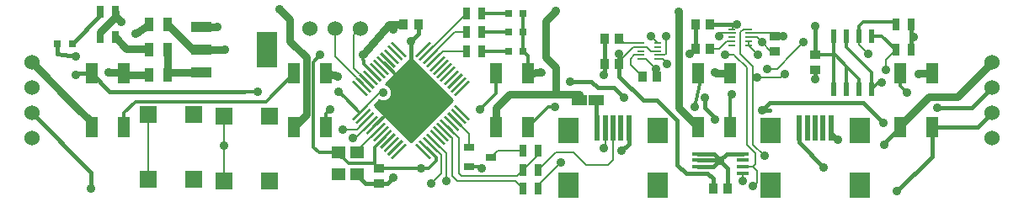
<source format=gtl>
G04 (created by PCBNEW (22-Jun-2014 BZR 4027)-stable) date Tue Jul 18 17:56:31 2017*
%MOIN*%
G04 Gerber Fmt 3.4, Leading zero omitted, Abs format*
%FSLAX34Y34*%
G01*
G70*
G90*
G04 APERTURE LIST*
%ADD10C,0.00590551*%
%ADD11R,0.0236X0.0551*%
%ADD12R,0.0472X0.0787*%
%ADD13R,0.0197X0.098474*%
%ADD14R,0.0787X0.0984*%
%ADD15C,0.06*%
%ADD16R,0.0394X0.0315*%
%ADD17R,0.0590551X0.0393701*%
%ADD18R,0.035X0.055*%
%ADD19R,0.0551181X0.0511811*%
%ADD20R,0.025X0.045*%
%ADD21R,0.0314X0.0314*%
%ADD22R,0.08X0.144*%
%ADD23R,0.08X0.04*%
%ADD24R,0.0354X0.0394*%
%ADD25R,0.0394X0.0354*%
%ADD26R,0.07X0.07*%
%ADD27R,0.05X0.016*%
%ADD28R,0.0275591X0.00787402*%
%ADD29C,0.035*%
%ADD30C,0.00787402*%
%ADD31C,0.015748*%
%ADD32C,0.0314961*%
%ADD33C,0.011811*%
%ADD34C,0.01*%
G04 APERTURE END LIST*
G54D10*
G54D11*
X78750Y-31450D03*
X78750Y-33550D03*
X79250Y-31450D03*
X79750Y-31450D03*
X80250Y-31450D03*
X79250Y-33550D03*
X79750Y-33550D03*
X80250Y-33550D03*
G54D12*
X65370Y-35063D03*
X66630Y-35063D03*
X66630Y-32937D03*
X65370Y-32937D03*
X57370Y-35063D03*
X58630Y-35063D03*
X58630Y-32937D03*
X57370Y-32937D03*
X49370Y-35063D03*
X50630Y-35063D03*
X50630Y-32937D03*
X49370Y-32937D03*
X81370Y-35063D03*
X82630Y-35063D03*
X82630Y-32937D03*
X81370Y-32937D03*
X73370Y-35063D03*
X74630Y-35063D03*
X74630Y-32937D03*
X73370Y-32937D03*
G54D13*
X77370Y-35102D03*
X77685Y-35102D03*
X78000Y-35102D03*
X78315Y-35102D03*
X78630Y-35102D03*
G54D14*
X76248Y-35181D03*
X76248Y-37346D03*
X79752Y-35181D03*
X79752Y-37346D03*
G54D13*
X69370Y-35102D03*
X69685Y-35102D03*
X70000Y-35102D03*
X70315Y-35102D03*
X70630Y-35102D03*
G54D14*
X68248Y-35181D03*
X68248Y-37346D03*
X71752Y-35181D03*
X71752Y-37346D03*
G54D15*
X85000Y-35500D03*
X85000Y-34500D03*
X85000Y-33500D03*
X85000Y-32500D03*
X47000Y-35500D03*
X47000Y-34500D03*
X47000Y-33500D03*
X47000Y-32500D03*
X58000Y-31150D03*
X59000Y-31150D03*
X60000Y-31150D03*
G54D16*
X65183Y-36250D03*
X64317Y-36625D03*
X64317Y-35875D03*
G54D17*
X68665Y-34000D03*
X69334Y-34000D03*
G54D18*
X52375Y-32000D03*
X51625Y-32000D03*
X52375Y-31000D03*
X51625Y-31000D03*
X52375Y-33000D03*
X51625Y-33000D03*
G54D19*
X59145Y-36933D03*
X59854Y-36933D03*
X59854Y-36066D03*
X59145Y-36066D03*
G54D20*
X67050Y-36000D03*
X66450Y-36000D03*
X81800Y-32000D03*
X81200Y-32000D03*
X81800Y-31000D03*
X81200Y-31000D03*
X66450Y-37500D03*
X67050Y-37500D03*
X66450Y-36750D03*
X67050Y-36750D03*
X49700Y-31500D03*
X50300Y-31500D03*
X50300Y-30500D03*
X49700Y-30500D03*
X64200Y-32050D03*
X64800Y-32050D03*
X64200Y-31300D03*
X64800Y-31300D03*
X64200Y-30550D03*
X64800Y-30550D03*
G54D10*
G36*
X59737Y-34800D02*
X59668Y-34730D01*
X60224Y-34174D01*
X60294Y-34243D01*
X59737Y-34800D01*
X59737Y-34800D01*
G37*
G36*
X59876Y-34939D02*
X59807Y-34870D01*
X60364Y-34313D01*
X60433Y-34382D01*
X59876Y-34939D01*
X59876Y-34939D01*
G37*
G36*
X60016Y-35078D02*
X59946Y-35009D01*
X60503Y-34452D01*
X60572Y-34522D01*
X60016Y-35078D01*
X60016Y-35078D01*
G37*
G36*
X60155Y-35217D02*
X60086Y-35148D01*
X60642Y-34592D01*
X60712Y-34661D01*
X60155Y-35217D01*
X60155Y-35217D01*
G37*
G36*
X60294Y-35357D02*
X60225Y-35287D01*
X60782Y-34731D01*
X60851Y-34800D01*
X60294Y-35357D01*
X60294Y-35357D01*
G37*
G36*
X60434Y-35496D02*
X60364Y-35427D01*
X60921Y-34870D01*
X60990Y-34940D01*
X60434Y-35496D01*
X60434Y-35496D01*
G37*
G36*
X60572Y-35635D02*
X60503Y-35565D01*
X61059Y-35009D01*
X61129Y-35078D01*
X60572Y-35635D01*
X60572Y-35635D01*
G37*
G36*
X60712Y-35774D02*
X60642Y-35705D01*
X61199Y-35148D01*
X61268Y-35217D01*
X60712Y-35774D01*
X60712Y-35774D01*
G37*
G36*
X60851Y-35913D02*
X60782Y-35844D01*
X61338Y-35287D01*
X61407Y-35357D01*
X60851Y-35913D01*
X60851Y-35913D01*
G37*
G36*
X60990Y-36053D02*
X60921Y-35983D01*
X61477Y-35427D01*
X61547Y-35496D01*
X60990Y-36053D01*
X60990Y-36053D01*
G37*
G36*
X61129Y-36192D02*
X61060Y-36123D01*
X61617Y-35566D01*
X61686Y-35635D01*
X61129Y-36192D01*
X61129Y-36192D01*
G37*
G36*
X61269Y-36331D02*
X61199Y-36262D01*
X61756Y-35705D01*
X61825Y-35775D01*
X61269Y-36331D01*
X61269Y-36331D01*
G37*
G36*
X63775Y-33825D02*
X63705Y-33756D01*
X64262Y-33199D01*
X64331Y-33269D01*
X63775Y-33825D01*
X63775Y-33825D01*
G37*
G36*
X63635Y-33686D02*
X63566Y-33617D01*
X64123Y-33060D01*
X64192Y-33129D01*
X63635Y-33686D01*
X63635Y-33686D01*
G37*
G36*
X63496Y-33547D02*
X63427Y-33477D01*
X63983Y-32921D01*
X64053Y-32990D01*
X63496Y-33547D01*
X63496Y-33547D01*
G37*
G36*
X63357Y-33407D02*
X63287Y-33338D01*
X63844Y-32782D01*
X63913Y-32851D01*
X63357Y-33407D01*
X63357Y-33407D01*
G37*
G36*
X63217Y-33268D02*
X63148Y-33199D01*
X63705Y-32642D01*
X63774Y-32712D01*
X63217Y-33268D01*
X63217Y-33268D01*
G37*
G36*
X63078Y-33129D02*
X63009Y-33059D01*
X63565Y-32503D01*
X63635Y-32572D01*
X63078Y-33129D01*
X63078Y-33129D01*
G37*
G36*
X62940Y-32990D02*
X62870Y-32921D01*
X63427Y-32364D01*
X63496Y-32434D01*
X62940Y-32990D01*
X62940Y-32990D01*
G37*
G36*
X62800Y-32851D02*
X62731Y-32782D01*
X63287Y-32225D01*
X63357Y-32294D01*
X62800Y-32851D01*
X62800Y-32851D01*
G37*
G36*
X62661Y-32712D02*
X62592Y-32642D01*
X63148Y-32086D01*
X63217Y-32155D01*
X62661Y-32712D01*
X62661Y-32712D01*
G37*
G36*
X62522Y-32572D02*
X62452Y-32503D01*
X63009Y-31946D01*
X63078Y-32016D01*
X62522Y-32572D01*
X62522Y-32572D01*
G37*
G36*
X62382Y-32433D02*
X62313Y-32364D01*
X62870Y-31807D01*
X62939Y-31876D01*
X62382Y-32433D01*
X62382Y-32433D01*
G37*
G36*
X62243Y-32294D02*
X62174Y-32224D01*
X62730Y-31668D01*
X62800Y-31737D01*
X62243Y-32294D01*
X62243Y-32294D01*
G37*
G36*
X62730Y-36331D02*
X62174Y-35775D01*
X62243Y-35705D01*
X62800Y-36262D01*
X62730Y-36331D01*
X62730Y-36331D01*
G37*
G36*
X62870Y-36192D02*
X62313Y-35635D01*
X62382Y-35566D01*
X62939Y-36123D01*
X62870Y-36192D01*
X62870Y-36192D01*
G37*
G36*
X63009Y-36053D02*
X62452Y-35496D01*
X62522Y-35427D01*
X63078Y-35983D01*
X63009Y-36053D01*
X63009Y-36053D01*
G37*
G36*
X63148Y-35913D02*
X62592Y-35357D01*
X62661Y-35287D01*
X63217Y-35844D01*
X63148Y-35913D01*
X63148Y-35913D01*
G37*
G36*
X63287Y-35774D02*
X62731Y-35217D01*
X62800Y-35148D01*
X63357Y-35705D01*
X63287Y-35774D01*
X63287Y-35774D01*
G37*
G36*
X63427Y-35635D02*
X62870Y-35078D01*
X62940Y-35009D01*
X63496Y-35565D01*
X63427Y-35635D01*
X63427Y-35635D01*
G37*
G36*
X63565Y-35496D02*
X63009Y-34940D01*
X63078Y-34870D01*
X63635Y-35427D01*
X63565Y-35496D01*
X63565Y-35496D01*
G37*
G36*
X63705Y-35357D02*
X63148Y-34800D01*
X63217Y-34731D01*
X63774Y-35287D01*
X63705Y-35357D01*
X63705Y-35357D01*
G37*
G36*
X63844Y-35217D02*
X63287Y-34661D01*
X63357Y-34592D01*
X63913Y-35148D01*
X63844Y-35217D01*
X63844Y-35217D01*
G37*
G36*
X63983Y-35078D02*
X63427Y-34522D01*
X63496Y-34452D01*
X64053Y-35009D01*
X63983Y-35078D01*
X63983Y-35078D01*
G37*
G36*
X64123Y-34939D02*
X63566Y-34382D01*
X63635Y-34313D01*
X64192Y-34870D01*
X64123Y-34939D01*
X64123Y-34939D01*
G37*
G36*
X64262Y-34800D02*
X63705Y-34243D01*
X63775Y-34174D01*
X64331Y-34730D01*
X64262Y-34800D01*
X64262Y-34800D01*
G37*
G36*
X61756Y-32294D02*
X61199Y-31737D01*
X61269Y-31668D01*
X61825Y-32224D01*
X61756Y-32294D01*
X61756Y-32294D01*
G37*
G36*
X61617Y-32433D02*
X61060Y-31876D01*
X61129Y-31807D01*
X61686Y-32364D01*
X61617Y-32433D01*
X61617Y-32433D01*
G37*
G36*
X61477Y-32572D02*
X60921Y-32016D01*
X60990Y-31946D01*
X61547Y-32503D01*
X61477Y-32572D01*
X61477Y-32572D01*
G37*
G36*
X61338Y-32712D02*
X60782Y-32155D01*
X60851Y-32086D01*
X61407Y-32642D01*
X61338Y-32712D01*
X61338Y-32712D01*
G37*
G36*
X61199Y-32851D02*
X60642Y-32294D01*
X60712Y-32225D01*
X61268Y-32782D01*
X61199Y-32851D01*
X61199Y-32851D01*
G37*
G36*
X61059Y-32990D02*
X60503Y-32434D01*
X60572Y-32364D01*
X61129Y-32921D01*
X61059Y-32990D01*
X61059Y-32990D01*
G37*
G36*
X60921Y-33129D02*
X60364Y-32572D01*
X60434Y-32503D01*
X60990Y-33059D01*
X60921Y-33129D01*
X60921Y-33129D01*
G37*
G36*
X60782Y-33268D02*
X60225Y-32712D01*
X60294Y-32642D01*
X60851Y-33199D01*
X60782Y-33268D01*
X60782Y-33268D01*
G37*
G36*
X60642Y-33407D02*
X60086Y-32851D01*
X60155Y-32782D01*
X60712Y-33338D01*
X60642Y-33407D01*
X60642Y-33407D01*
G37*
G36*
X60503Y-33547D02*
X59946Y-32990D01*
X60016Y-32921D01*
X60572Y-33477D01*
X60503Y-33547D01*
X60503Y-33547D01*
G37*
G36*
X60364Y-33686D02*
X59807Y-33129D01*
X59876Y-33060D01*
X60433Y-33617D01*
X60364Y-33686D01*
X60364Y-33686D01*
G37*
G36*
X60224Y-33825D02*
X59668Y-33269D01*
X59737Y-33199D01*
X60294Y-33756D01*
X60224Y-33825D01*
X60224Y-33825D01*
G37*
G54D21*
X48595Y-31750D03*
X48005Y-31750D03*
X65855Y-30550D03*
X66445Y-30550D03*
X65855Y-32050D03*
X66445Y-32050D03*
X65855Y-31300D03*
X66445Y-31300D03*
G54D22*
X56300Y-32000D03*
G54D23*
X53700Y-32000D03*
X53700Y-32900D03*
X53700Y-31100D03*
G54D24*
X61704Y-31000D03*
X62296Y-31000D03*
G54D25*
X60750Y-36704D03*
X60750Y-37296D03*
X78000Y-32204D03*
X78000Y-32796D03*
G54D26*
X51614Y-37130D03*
X51614Y-34570D03*
X53386Y-37130D03*
X53386Y-34570D03*
X54614Y-37180D03*
X54614Y-34620D03*
X56386Y-37180D03*
X56386Y-34620D03*
G54D27*
X75125Y-36885D03*
X75125Y-36630D03*
X75125Y-36370D03*
X75125Y-36115D03*
X73375Y-36115D03*
X73375Y-36370D03*
X73375Y-36630D03*
X73375Y-36885D03*
G54D28*
X74715Y-31185D03*
X74719Y-31342D03*
X74715Y-31500D03*
X74715Y-31657D03*
X74715Y-31814D03*
X75384Y-31814D03*
X75384Y-31657D03*
X75384Y-31500D03*
X75384Y-31342D03*
X75384Y-31185D03*
X71115Y-31735D03*
X71119Y-31892D03*
X71115Y-32050D03*
X71115Y-32207D03*
X71115Y-32364D03*
X71784Y-32364D03*
X71784Y-32207D03*
X71784Y-32050D03*
X71784Y-31892D03*
X71784Y-31735D03*
G54D24*
X73954Y-37500D03*
X74546Y-37500D03*
X73846Y-31000D03*
X73254Y-31000D03*
G54D25*
X76400Y-32046D03*
X76400Y-31454D03*
G54D24*
X73846Y-31950D03*
X73254Y-31950D03*
X70246Y-31550D03*
X69654Y-31550D03*
X70246Y-32550D03*
X69654Y-32550D03*
X71154Y-33050D03*
X71746Y-33050D03*
G54D29*
X75900Y-31700D03*
X78000Y-31050D03*
X74900Y-31000D03*
X70250Y-32150D03*
X81889Y-31496D03*
X61300Y-31200D03*
X62400Y-36700D03*
X58400Y-32200D03*
X64800Y-36700D03*
X54650Y-32000D03*
X60100Y-32200D03*
X80750Y-35750D03*
X78350Y-36650D03*
X67750Y-30450D03*
X72600Y-30500D03*
X56800Y-30400D03*
X50550Y-30900D03*
X67950Y-36450D03*
X69650Y-35900D03*
X82850Y-34300D03*
X80700Y-34900D03*
X68300Y-33250D03*
X70450Y-33900D03*
X73650Y-33900D03*
X74050Y-34750D03*
X75900Y-34400D03*
X60900Y-33700D03*
X59150Y-33650D03*
X55950Y-33650D03*
X48750Y-33000D03*
X81250Y-37600D03*
X49350Y-37500D03*
X54600Y-35800D03*
X59700Y-35500D03*
X59300Y-35150D03*
X76100Y-32750D03*
X77550Y-31700D03*
X80100Y-32150D03*
X72100Y-31450D03*
X74450Y-32200D03*
X74200Y-31450D03*
X75550Y-37400D03*
X62800Y-37300D03*
X76800Y-32950D03*
X80800Y-32800D03*
X75700Y-33100D03*
X72150Y-32550D03*
X76000Y-36200D03*
X63400Y-37200D03*
X75150Y-37200D03*
X62000Y-32800D03*
X62000Y-31650D03*
X62000Y-35200D03*
X78900Y-35550D03*
X75750Y-32200D03*
X76750Y-31450D03*
X78000Y-33150D03*
X70350Y-36000D03*
X80650Y-33300D03*
X73050Y-32150D03*
X71500Y-31450D03*
X74250Y-36400D03*
X69650Y-33000D03*
X71700Y-32750D03*
X48750Y-32250D03*
X61300Y-37050D03*
X82100Y-32950D03*
X74050Y-32900D03*
X67150Y-32900D03*
X59100Y-33050D03*
X50050Y-32900D03*
X51100Y-31350D03*
X54350Y-31100D03*
X81650Y-33700D03*
X74700Y-33750D03*
X73250Y-34250D03*
X67700Y-34250D03*
X64750Y-34350D03*
X58800Y-34350D03*
G54D30*
X75900Y-31700D02*
X76246Y-32046D01*
X76246Y-32046D02*
X76400Y-32046D01*
X75384Y-31500D02*
X75700Y-31500D01*
X75700Y-31500D02*
X75900Y-31700D01*
G54D31*
X71750Y-34000D02*
X71200Y-34000D01*
X70246Y-33046D02*
X70246Y-32550D01*
X71200Y-34000D02*
X70246Y-33046D01*
X73375Y-36885D02*
X72885Y-36885D01*
X72550Y-34800D02*
X71750Y-34000D01*
X71750Y-34000D02*
X71750Y-34000D01*
X72550Y-36550D02*
X72550Y-34800D01*
X72885Y-36885D02*
X72550Y-36550D01*
X78000Y-32204D02*
X78000Y-31050D01*
X73846Y-31000D02*
X74846Y-31000D01*
X74846Y-31000D02*
X74900Y-31000D01*
X70246Y-32550D02*
X70250Y-32546D01*
X70250Y-32546D02*
X70250Y-32150D01*
X81889Y-31496D02*
X81839Y-31546D01*
X81839Y-31546D02*
X81800Y-31550D01*
G54D32*
X61150Y-31000D02*
X61150Y-31050D01*
X61150Y-31050D02*
X61300Y-31200D01*
G54D31*
X81800Y-31000D02*
X81800Y-31550D01*
X81800Y-31550D02*
X81800Y-32000D01*
G54D33*
X79250Y-33550D02*
X79250Y-32650D01*
X78750Y-33550D02*
X78750Y-32250D01*
X78750Y-31450D02*
X78750Y-32250D01*
X78750Y-32250D02*
X78750Y-32200D01*
X78750Y-32200D02*
X78750Y-32204D01*
X79750Y-33550D02*
X79750Y-33150D01*
X78804Y-32204D02*
X78750Y-32204D01*
X78750Y-32204D02*
X78000Y-32204D01*
X79750Y-33150D02*
X79250Y-32650D01*
X79250Y-32650D02*
X78804Y-32204D01*
G54D30*
X74715Y-31185D02*
X74831Y-30985D01*
X74831Y-30985D02*
X73846Y-31000D01*
G54D31*
X73375Y-36885D02*
X73735Y-36885D01*
X73954Y-37104D02*
X73954Y-37500D01*
X73735Y-36885D02*
X73954Y-37104D01*
G54D30*
X70246Y-32550D02*
X70246Y-32454D01*
X70807Y-31892D02*
X71119Y-31892D01*
X70246Y-32454D02*
X70807Y-31892D01*
X71119Y-31892D02*
X71342Y-31892D01*
X71500Y-32050D02*
X71450Y-32000D01*
X71500Y-32050D02*
X71784Y-32050D01*
X71342Y-31892D02*
X71450Y-32000D01*
G54D33*
X62626Y-35879D02*
X63000Y-36252D01*
X62700Y-36700D02*
X62400Y-36700D01*
X63000Y-36400D02*
X62700Y-36700D01*
X63000Y-36252D02*
X63000Y-36400D01*
X60750Y-36704D02*
X62396Y-36704D01*
X62396Y-36704D02*
X62400Y-36700D01*
X58150Y-32550D02*
X58150Y-32500D01*
X58150Y-32500D02*
X58400Y-32200D01*
X58150Y-32550D02*
X58150Y-35850D01*
X58366Y-36066D02*
X59145Y-36066D01*
X58150Y-35850D02*
X58366Y-36066D01*
X64725Y-36625D02*
X64317Y-36625D01*
X64800Y-36700D02*
X64725Y-36625D01*
X60538Y-32955D02*
X60150Y-32567D01*
X60100Y-32250D02*
X60100Y-32200D01*
X60150Y-32567D02*
X60100Y-32250D01*
G54D32*
X53700Y-32000D02*
X54650Y-32000D01*
X61150Y-31000D02*
X61704Y-31000D01*
X60100Y-32200D02*
X60100Y-32200D01*
X60100Y-32200D02*
X61150Y-31000D01*
G54D33*
X60955Y-35461D02*
X60567Y-35850D01*
X60550Y-36500D02*
X60550Y-36504D01*
X60567Y-36482D02*
X60550Y-36500D01*
X60567Y-36432D02*
X60567Y-36482D01*
X60567Y-35850D02*
X60567Y-36432D01*
X59550Y-36500D02*
X60450Y-36500D01*
X59250Y-36171D02*
X59250Y-36250D01*
X59250Y-36250D02*
X59300Y-36250D01*
X59300Y-36250D02*
X59550Y-36500D01*
X59145Y-36066D02*
X59250Y-36171D01*
X60546Y-36500D02*
X60550Y-36504D01*
X60550Y-36504D02*
X60750Y-36704D01*
X60450Y-36500D02*
X60546Y-36500D01*
G54D32*
X52375Y-31000D02*
X53375Y-32000D01*
X53375Y-32000D02*
X53700Y-32000D01*
X67750Y-30450D02*
X67322Y-30877D01*
X67322Y-32283D02*
X67750Y-32710D01*
X67322Y-30877D02*
X67322Y-32283D01*
G54D31*
X77370Y-35102D02*
X77370Y-35670D01*
X80750Y-35683D02*
X81370Y-35063D01*
X80750Y-35750D02*
X80750Y-35683D01*
X77370Y-35670D02*
X78350Y-36650D01*
G54D32*
X81370Y-35063D02*
X81370Y-34980D01*
X83650Y-33850D02*
X85000Y-32500D01*
X82500Y-33850D02*
X83650Y-33850D01*
X81370Y-34980D02*
X82500Y-33850D01*
X67750Y-33750D02*
X67750Y-32710D01*
X73370Y-35063D02*
X72600Y-34293D01*
X72600Y-34293D02*
X72600Y-30500D01*
X65900Y-33750D02*
X67750Y-33750D01*
X67750Y-33750D02*
X68650Y-33750D01*
X68650Y-33750D02*
X68665Y-33750D01*
X68665Y-34000D02*
X68665Y-33750D01*
X65370Y-35063D02*
X65370Y-34280D01*
X65370Y-34280D02*
X65900Y-33750D01*
X57854Y-32650D02*
X57854Y-32304D01*
X57200Y-30800D02*
X56800Y-30400D01*
X57200Y-31650D02*
X57200Y-30800D01*
X57854Y-32304D02*
X57200Y-31650D01*
X57370Y-35063D02*
X57854Y-34578D01*
X57854Y-34578D02*
X57854Y-32650D01*
X57854Y-32650D02*
X57854Y-32650D01*
X50300Y-30500D02*
X50300Y-30650D01*
X50300Y-30650D02*
X50550Y-30900D01*
X48750Y-34250D02*
X49370Y-34870D01*
X47000Y-32500D02*
X48750Y-34250D01*
X49370Y-34870D02*
X49370Y-35063D01*
X50300Y-30500D02*
X50300Y-30700D01*
X50300Y-30700D02*
X49700Y-31300D01*
G54D31*
X49700Y-31300D02*
X49700Y-31500D01*
G54D30*
X67050Y-37500D02*
X67050Y-37350D01*
X67050Y-37350D02*
X67950Y-36450D01*
X69685Y-35102D02*
X69685Y-35865D01*
X69685Y-35865D02*
X69650Y-35900D01*
X67050Y-36750D02*
X67750Y-36050D01*
X68450Y-36050D02*
X68950Y-36550D01*
X67750Y-36050D02*
X68450Y-36050D01*
X70000Y-36350D02*
X70000Y-35102D01*
X69800Y-36550D02*
X70000Y-36350D01*
X69600Y-36550D02*
X69800Y-36550D01*
X68950Y-36550D02*
X69600Y-36550D01*
G54D31*
X80200Y-34400D02*
X79900Y-34100D01*
X76200Y-34100D02*
X75900Y-34400D01*
X79900Y-34100D02*
X76200Y-34100D01*
X84200Y-34300D02*
X85000Y-33500D01*
X82850Y-34300D02*
X84200Y-34300D01*
X80200Y-34400D02*
X80700Y-34900D01*
X73650Y-33950D02*
X73650Y-34300D01*
X70050Y-33500D02*
X70450Y-33900D01*
X69400Y-33500D02*
X70050Y-33500D01*
X68300Y-33250D02*
X69150Y-33250D01*
X69150Y-33250D02*
X69400Y-33500D01*
X73650Y-33950D02*
X73650Y-33900D01*
X73650Y-34300D02*
X74050Y-34700D01*
X74050Y-34700D02*
X74050Y-34750D01*
X75900Y-34400D02*
X76050Y-34400D01*
X76200Y-34400D02*
X76050Y-34400D01*
X76200Y-34400D02*
X76200Y-34400D01*
G54D30*
X59981Y-34487D02*
X60768Y-33700D01*
X60768Y-33700D02*
X60900Y-33700D01*
G54D33*
X59400Y-33905D02*
X59150Y-33655D01*
X59150Y-33655D02*
X59150Y-33650D01*
X55400Y-33650D02*
X55950Y-33650D01*
X59400Y-33905D02*
X59981Y-34487D01*
G54D31*
X49370Y-32937D02*
X50083Y-33650D01*
X50083Y-33650D02*
X55400Y-33650D01*
G54D33*
X55400Y-33650D02*
X55450Y-33650D01*
G54D31*
X48813Y-32937D02*
X49370Y-32937D01*
X48750Y-33000D02*
X48813Y-32937D01*
X82630Y-35063D02*
X82630Y-36220D01*
X82630Y-36220D02*
X81250Y-37600D01*
X82630Y-35063D02*
X84437Y-35063D01*
X84437Y-35063D02*
X85000Y-34500D01*
X47000Y-34500D02*
X49350Y-36850D01*
X49350Y-36850D02*
X49350Y-37500D01*
G54D30*
X62905Y-32399D02*
X63254Y-32050D01*
X63254Y-32050D02*
X64200Y-32050D01*
X54600Y-35800D02*
X54614Y-35800D01*
X54614Y-37180D02*
X54614Y-35800D01*
X54614Y-35800D02*
X54614Y-34620D01*
X59804Y-35500D02*
X60399Y-34905D01*
X59700Y-35500D02*
X59804Y-35500D01*
X62626Y-32120D02*
X64197Y-30550D01*
X64197Y-30550D02*
X64200Y-30550D01*
X51614Y-34570D02*
X51614Y-37130D01*
X60259Y-34765D02*
X59875Y-35150D01*
X59875Y-35150D02*
X59300Y-35150D01*
X60259Y-33234D02*
X59750Y-32724D01*
X59750Y-32724D02*
X59750Y-31400D01*
X59750Y-31400D02*
X60000Y-31150D01*
X59750Y-32724D02*
X59750Y-32724D01*
X77150Y-32100D02*
X76500Y-32750D01*
X76500Y-32750D02*
X76100Y-32750D01*
X79750Y-31450D02*
X79750Y-31800D01*
X77550Y-31700D02*
X77150Y-32100D01*
X79750Y-31800D02*
X80100Y-32150D01*
X71784Y-32207D02*
X72042Y-32207D01*
X72100Y-32150D02*
X72100Y-31450D01*
X72042Y-32207D02*
X72100Y-32150D01*
X74719Y-31342D02*
X74307Y-31342D01*
X74800Y-32200D02*
X74850Y-32250D01*
X75650Y-36530D02*
X75650Y-36100D01*
X75650Y-36100D02*
X75300Y-35750D01*
X75300Y-35750D02*
X75300Y-32700D01*
X75300Y-32700D02*
X74850Y-32250D01*
X75550Y-36630D02*
X75650Y-36530D01*
X74450Y-32200D02*
X74800Y-32200D01*
X74307Y-31342D02*
X74200Y-31450D01*
X75530Y-36630D02*
X75550Y-36630D01*
X75550Y-36630D02*
X75125Y-36630D01*
X75700Y-36800D02*
X75530Y-36630D01*
X75700Y-37250D02*
X75700Y-36800D01*
X75550Y-37400D02*
X75700Y-37250D01*
X62765Y-35740D02*
X63200Y-36174D01*
X63200Y-36900D02*
X62800Y-37300D01*
X63200Y-36174D02*
X63200Y-36900D01*
G54D33*
X79750Y-31450D02*
X79750Y-31050D01*
X81100Y-30900D02*
X81200Y-31000D01*
X79900Y-30900D02*
X81100Y-30900D01*
X79750Y-31050D02*
X79900Y-30900D01*
G54D30*
X76800Y-32950D02*
X76850Y-32950D01*
X76850Y-32950D02*
X76800Y-32950D01*
X80800Y-32400D02*
X81200Y-32000D01*
X80800Y-32800D02*
X80800Y-32400D01*
X76800Y-32950D02*
X76650Y-33100D01*
X76650Y-33100D02*
X75700Y-33100D01*
X75700Y-33100D02*
X75550Y-33100D01*
X71784Y-32364D02*
X71964Y-32364D01*
X71964Y-32364D02*
X72150Y-32550D01*
X75384Y-31185D02*
X75164Y-31185D01*
X75550Y-33100D02*
X75550Y-35750D01*
X75550Y-35750D02*
X76000Y-36200D01*
X75550Y-32650D02*
X75550Y-33100D01*
X75050Y-32150D02*
X75550Y-32650D01*
X75050Y-31300D02*
X75050Y-32150D01*
X75164Y-31185D02*
X75050Y-31300D01*
X63400Y-36095D02*
X63400Y-37200D01*
X62905Y-35600D02*
X63400Y-36095D01*
X75125Y-37175D02*
X75125Y-36885D01*
X75150Y-37200D02*
X75125Y-37175D01*
G54D33*
X80250Y-31450D02*
X80650Y-31450D01*
X80650Y-31450D02*
X81200Y-32000D01*
G54D30*
X59600Y-32852D02*
X59000Y-32252D01*
X59000Y-32252D02*
X59000Y-31150D01*
X60120Y-33373D02*
X59600Y-32852D01*
X59000Y-32252D02*
X59000Y-32252D01*
X64150Y-35175D02*
X64317Y-35342D01*
X64317Y-35342D02*
X64317Y-35875D01*
X63740Y-34765D02*
X64150Y-35175D01*
X62765Y-32259D02*
X63725Y-31300D01*
X63725Y-31300D02*
X64200Y-31300D01*
X62000Y-35200D02*
X62000Y-32800D01*
G54D31*
X62296Y-31354D02*
X62296Y-31000D01*
X62296Y-31354D02*
X62000Y-31650D01*
X62000Y-32800D02*
X62000Y-31650D01*
X78630Y-35102D02*
X78630Y-35280D01*
X78630Y-35280D02*
X78900Y-35550D01*
G54D30*
X75384Y-31657D02*
X75384Y-31814D01*
X75384Y-31814D02*
X75384Y-31834D01*
X75384Y-31834D02*
X75750Y-32200D01*
X75384Y-31342D02*
X76288Y-31342D01*
X76446Y-31500D02*
X76750Y-31450D01*
X76288Y-31342D02*
X76446Y-31500D01*
G54D31*
X78000Y-32796D02*
X78000Y-33150D01*
X70630Y-35102D02*
X70630Y-35720D01*
X70630Y-35720D02*
X70350Y-36000D01*
G54D33*
X80250Y-33550D02*
X80500Y-33300D01*
X80500Y-33300D02*
X80650Y-33300D01*
G54D30*
X73254Y-31750D02*
X73254Y-31946D01*
X73254Y-31946D02*
X73050Y-32150D01*
X71784Y-31735D02*
X71784Y-31734D01*
X71784Y-31734D02*
X71500Y-31450D01*
G54D33*
X79800Y-32450D02*
X80250Y-32900D01*
X79250Y-31900D02*
X79800Y-32450D01*
X79250Y-31450D02*
X79250Y-31900D01*
X80250Y-32900D02*
X80250Y-33550D01*
G54D31*
X74546Y-37500D02*
X74546Y-36696D01*
X74200Y-36350D02*
X74200Y-36370D01*
X74546Y-36696D02*
X74200Y-36350D01*
X73375Y-36370D02*
X74200Y-36370D01*
X74200Y-36370D02*
X74220Y-36370D01*
X74250Y-36400D02*
X74250Y-36350D01*
X74220Y-36370D02*
X74250Y-36400D01*
X73375Y-36115D02*
X74015Y-36115D01*
X74015Y-36115D02*
X74250Y-36350D01*
X74250Y-36350D02*
X74250Y-36350D01*
X73375Y-36630D02*
X73970Y-36630D01*
X74485Y-36115D02*
X75125Y-36115D01*
X73970Y-36630D02*
X74250Y-36350D01*
X74250Y-36350D02*
X74485Y-36115D01*
X69654Y-32550D02*
X69654Y-32996D01*
X69654Y-32996D02*
X69650Y-33000D01*
X69654Y-32550D02*
X69654Y-31550D01*
X73254Y-31750D02*
X73254Y-31000D01*
G54D30*
X71700Y-32750D02*
X71700Y-33004D01*
X71314Y-32364D02*
X71700Y-32750D01*
X71115Y-32364D02*
X71314Y-32364D01*
X71700Y-33004D02*
X71746Y-33050D01*
G54D33*
X60955Y-32538D02*
X61400Y-32982D01*
X61400Y-32982D02*
X61400Y-33050D01*
X60538Y-35044D02*
X61000Y-34582D01*
X61000Y-34582D02*
X61000Y-34450D01*
X66445Y-30550D02*
X66445Y-31300D01*
X66445Y-31300D02*
X66445Y-32050D01*
X66445Y-32050D02*
X66630Y-32235D01*
X66630Y-32235D02*
X66630Y-32937D01*
G54D31*
X48005Y-31750D02*
X48005Y-32155D01*
X48005Y-32155D02*
X48750Y-32250D01*
X60750Y-37296D02*
X61054Y-37296D01*
X61054Y-37296D02*
X61300Y-37050D01*
X59854Y-36933D02*
X60217Y-37296D01*
X60217Y-37296D02*
X60750Y-37296D01*
G54D32*
X82630Y-32937D02*
X82113Y-32937D01*
X82113Y-32937D02*
X82100Y-32950D01*
X74630Y-32937D02*
X74087Y-32937D01*
X74087Y-32937D02*
X74050Y-32900D01*
X67150Y-32900D02*
X67163Y-32887D01*
X67163Y-32887D02*
X66630Y-32937D01*
X58630Y-32937D02*
X59113Y-33037D01*
X59113Y-33037D02*
X59100Y-33050D01*
X51625Y-33000D02*
X50693Y-33000D01*
X50593Y-32900D02*
X50050Y-32900D01*
X50693Y-33000D02*
X50593Y-32900D01*
X51625Y-31000D02*
X51100Y-31350D01*
X53700Y-31100D02*
X54350Y-31100D01*
G54D31*
X49700Y-30500D02*
X49700Y-30645D01*
X49700Y-30645D02*
X48595Y-31750D01*
G54D30*
X71115Y-31735D02*
X70431Y-31735D01*
X70431Y-31735D02*
X70246Y-31550D01*
X71115Y-32207D02*
X70842Y-32207D01*
X70700Y-32596D02*
X71154Y-33050D01*
X70700Y-32350D02*
X70700Y-32596D01*
X70842Y-32207D02*
X70700Y-32350D01*
X74715Y-31657D02*
X74492Y-31657D01*
X74200Y-31950D02*
X73846Y-31950D01*
X74492Y-31657D02*
X74200Y-31950D01*
G54D33*
X81370Y-33420D02*
X81370Y-32937D01*
X81650Y-33700D02*
X81370Y-33420D01*
X74630Y-33820D02*
X74630Y-35063D01*
X74700Y-33750D02*
X74630Y-33820D01*
X66630Y-35063D02*
X67443Y-34250D01*
X73500Y-33067D02*
X73370Y-32937D01*
X73250Y-34250D02*
X73500Y-33067D01*
X67443Y-34250D02*
X67700Y-34250D01*
X64800Y-32050D02*
X65855Y-32050D01*
G54D31*
X69334Y-34000D02*
X69334Y-35067D01*
G54D30*
X69334Y-35067D02*
X69370Y-35102D01*
X66450Y-36750D02*
X66200Y-37000D01*
X66200Y-37000D02*
X64000Y-37000D01*
X63900Y-36900D02*
X64000Y-37000D01*
X63900Y-35482D02*
X63900Y-36900D01*
X63461Y-35044D02*
X63900Y-35482D01*
X67050Y-36000D02*
X67050Y-36150D01*
X67050Y-36150D02*
X66450Y-36750D01*
G54D33*
X58630Y-35063D02*
X58630Y-34520D01*
X65370Y-33730D02*
X65370Y-32937D01*
X64750Y-34350D02*
X65370Y-33730D01*
X58630Y-34520D02*
X58800Y-34350D01*
G54D31*
X50630Y-35063D02*
X50650Y-35043D01*
G54D33*
X56257Y-34050D02*
X57370Y-32937D01*
X51100Y-34050D02*
X56257Y-34050D01*
X50650Y-34500D02*
X51100Y-34050D01*
X50650Y-35043D02*
X50650Y-34500D01*
G54D30*
X60677Y-35183D02*
X59854Y-36007D01*
X59854Y-36007D02*
X59854Y-36066D01*
X63850Y-37200D02*
X66150Y-37200D01*
X66150Y-37200D02*
X66450Y-37500D01*
X63322Y-35183D02*
X63650Y-35511D01*
X63650Y-37000D02*
X63850Y-37200D01*
X63650Y-35511D02*
X63650Y-37000D01*
X66450Y-36000D02*
X65433Y-36000D01*
X65433Y-36000D02*
X65183Y-36250D01*
G54D32*
X52375Y-33000D02*
X52375Y-32000D01*
X53700Y-32900D02*
X52475Y-32900D01*
X52475Y-32900D02*
X52375Y-33000D01*
G54D33*
X64800Y-30550D02*
X65855Y-30550D01*
X65855Y-31300D02*
X64800Y-31300D01*
G54D32*
X50300Y-31500D02*
X50750Y-31950D01*
X51575Y-31950D02*
X51625Y-32000D01*
X50750Y-31950D02*
X51575Y-31950D01*
G54D10*
G36*
X63629Y-34000D02*
X62000Y-35629D01*
X60566Y-34195D01*
X60751Y-34009D01*
X60831Y-34043D01*
X60967Y-34043D01*
X61094Y-33991D01*
X61190Y-33894D01*
X61243Y-33768D01*
X61243Y-33632D01*
X61191Y-33505D01*
X61094Y-33409D01*
X61000Y-33370D01*
X62000Y-32370D01*
X63629Y-34000D01*
X63629Y-34000D01*
G37*
G54D34*
X63629Y-34000D02*
X62000Y-35629D01*
X60566Y-34195D01*
X60751Y-34009D01*
X60831Y-34043D01*
X60967Y-34043D01*
X61094Y-33991D01*
X61190Y-33894D01*
X61243Y-33768D01*
X61243Y-33632D01*
X61191Y-33505D01*
X61094Y-33409D01*
X61000Y-33370D01*
X62000Y-32370D01*
X63629Y-34000D01*
M02*

</source>
